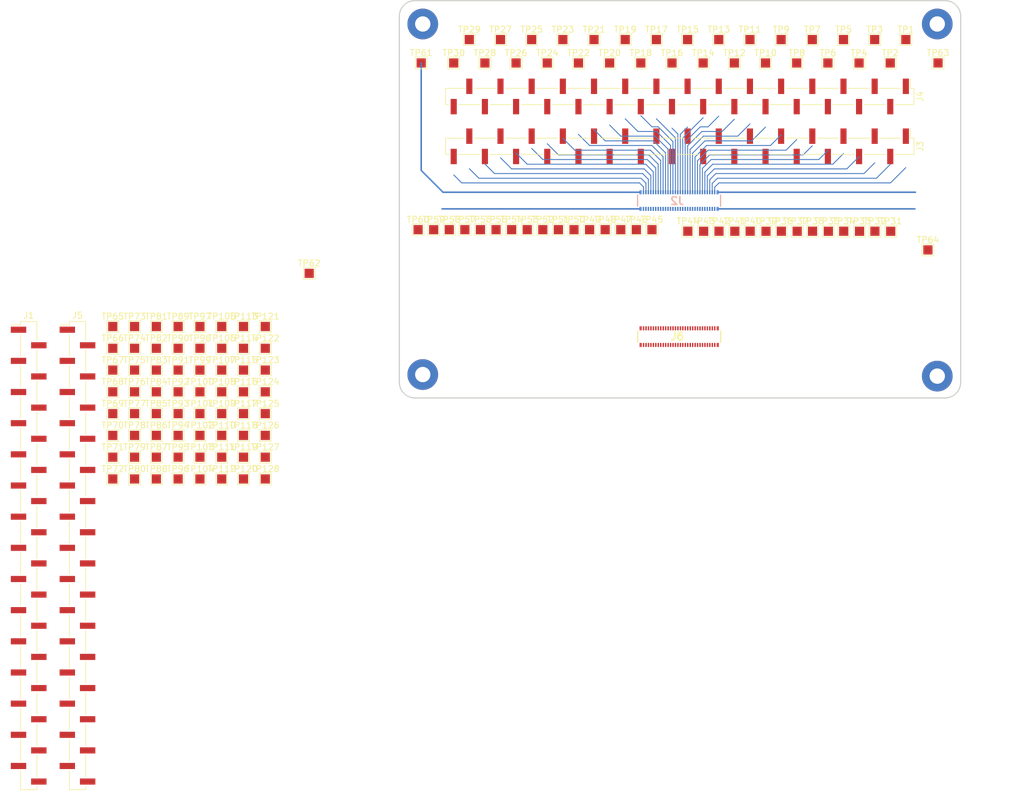
<source format=kicad_pcb>
(kicad_pcb (version 20221018) (generator pcbnew)
  (layers (0 "F.Cu" signal) (31 "B.Cu" signal) (34 "B.Paste" user) (35 "F.Paste" user) (36 "B.SilkS" user "B.Silkscreen") (37 "F.SilkS" user "F.Silkscreen") (38 "B.Mask" user) (39 "F.Mask" user) (44 "Edge.Cuts" user))
  (net 0 "")
  (net 1 "/VCCIO2{slash}3")
  (net 2 "/IOB4A")
  (net 3 "/IOB4B")
  (net 4 "/IOR18A")
  (net 5 "/IOB26A")
  (net 6 "/IOR18B")
  (net 7 "/IOB26B")
  (net 8 "/IOR20A")
  (net 9 "/IOB24A")
  (net 10 "/IOR20B")
  (net 11 "/RECONFIG")
  (net 12 "/IOR22A")
  (net 13 "/IOB12B")
  (net 14 "/IOR22B")
  (net 15 "/IOB14B")
  (net 16 "/IOR24A")
  (net 17 "/IOR24B")
  (net 18 "/TCK")
  (net 19 "/IOR31A")
  (net 20 "/TMS")
  (net 21 "/IOR31B")
  (net 22 "/TDO")
  (net 23 "/IOR33A")
  (net 24 "/TDI")
  (net 25 "/IOR33B")
  (net 26 "/IOB89A")
  (net 27 "/M0_D3P")
  (net 28 "/IOB89B")
  (net 29 "/M0_D3N")
  (net 30 "/IOB91A")
  (net 31 "/IOB91B")
  (net 32 "/M0_D2P")
  (net 33 "/VDD_1V8")
  (net 34 "/M0_D2N")
  (net 35 "+2V5")
  (net 36 "/M0_CKP")
  (net 37 "/M0_CKN")
  (net 38 "+3V3")
  (net 39 "/M0_D1P")
  (net 40 "/M0_D1N")
  (net 41 "+5V")
  (net 42 "/M0_D0P")
  (net 43 "/M0_D0N")
  (net 44 "Net-(J3-Pin_10)")
  (net 45 "/GND")
  (net 46 "Net-(J2-Pad61)")
  (net 47 "Net-(J2-Pad62)")
  (net 48 "Net-(J2-Pad63)")
  (net 49 "Net-(J2-Pad64)")
  (net 50 "Net-(J5-Pin_10)")
  (net 51 "Net-(J6-Pad61)")
  (net 52 "Net-(J6-Pad62)")
  (net 53 "Net-(J6-Pad63)")
  (net 54 "Net-(J6-Pad64)")
  (footprint "TestPoint:TestPoint_Pad_1.5x1.5mm" (layer "F.Cu") (at 96.526 113.828)
    (fp_text reference "TP114")
    (fp_text value "TestPoint")
  )
  (footprint "TestPoint:TestPoint_Pad_1.5x1.5mm" (layer "F.Cu") (at 85.876 120.928)
    (fp_text reference "TP92")
    (fp_text value "TestPoint")
  )
  (footprint "TestPoint:TestPoint_Pad_1.5x1.5mm" (layer "F.Cu") (at 78.776 131.578)
    (fp_text reference "TP79")
    (fp_text value "TestPoint")
  )
  (footprint "TestPoint:TestPoint_Pad_1.5x1.5mm" (layer "F.Cu") (at 152.908 94.488)
    (fp_text reference "TP49")
    (fp_text value "TestPoint")
  )
  (footprint "TestPoint:TestPoint_Pad_1.5x1.5mm" (layer "F.Cu") (at 100.076 131.578)
    (fp_text reference "TP127")
    (fp_text value "TestPoint")
  )
  (footprint "TestPoint:TestPoint_Pad_1.5x1.5mm" (layer "F.Cu") (at 92.976 131.578)
    (fp_text reference "TP111")
    (fp_text value "TestPoint")
  )
  (footprint "TestPoint:TestPoint_Pad_1.5x1.5mm" (layer "F.Cu") (at 142.748 94.488)
    (fp_text reference "TP53")
    (fp_text value "TestPoint")
  )
  (footprint "TestPoint:TestPoint_Pad_1.5x1.5mm" (layer "F.Cu") (at 153.632 63.5)
    (fp_text reference "TP21")
    (fp_text value "TestPoint")
  )
  (footprint "TestPoint:TestPoint_Pad_1.5x1.5mm" (layer "F.Cu") (at 100.076 113.828)
    (fp_text reference "TP122")
    (fp_text value "TestPoint")
  )
  (footprint "TestPoint:TestPoint_Pad_1.5x1.5mm" (layer "F.Cu") (at 158.712 63.5)
    (fp_text reference "TP19")
    (fp_text value "TestPoint")
  )
  (footprint "TestPoint:TestPoint_Pad_1.5x1.5mm" (layer "F.Cu") (at 75.226 124.478)
    (fp_text reference "TP69")
    (fp_text value "TestPoint")
  )
  (footprint "TestPoint:TestPoint_Pad_1.5x1.5mm" (layer "F.Cu") (at 78.776 110.278)
    (fp_text reference "TP73")
    (fp_text value "TestPoint")
  )
  (footprint "MountingHole:MountingHole_2.5mm_Pad_TopBottom" (layer "F.Cu") (at 125.73 60.96)
    (fp_text reference "REF**" hide)
    (fp_text value "MountingHole_2.5mm_Pad_TopBottom" hide)
  )
  (footprint "TestPoint:TestPoint_Pad_1.5x1.5mm" (layer "F.Cu") (at 96.526 124.478)
    (fp_text reference "TP117")
    (fp_text value "TestPoint")
  )
  (footprint "TestPoint:TestPoint_Pad_1.5x1.5mm" (layer "F.Cu") (at 156.172 67.318)
    (fp_text reference "TP20")
    (fp_text value "TestPoint")
  )
  (footprint "TestPoint:TestPoint_Pad_1.5x1.5mm" (layer "F.Cu") (at 173.99 94.742)
    (fp_text reference "TP42")
    (fp_text value "TestPoint")
  )
  (footprint "TestPoint:TestPoint_Pad_1.5x1.5mm" (layer "F.Cu") (at 96.526 135.128)
    (fp_text reference "TP120")
    (fp_text value "TestPoint")
  )
  (footprint "TestPoint:TestPoint_Pad_1.5x1.5mm" (layer "F.Cu") (at 82.326 110.278)
    (fp_text reference "TP81")
    (fp_text value "TestPoint")
  )
  (footprint "TestPoint:TestPoint_Pad_1.5x1.5mm" (layer "F.Cu") (at 75.226 110.278)
    (fp_text reference "TP65")
    (fp_text value "TestPoint")
  )
  (footprint "TestPoint:TestPoint_Pad_1.5x1.5mm" (layer "F.Cu") (at 92.976 113.828)
    (fp_text reference "TP106")
    (fp_text value "TestPoint")
  )
  (footprint "TestPoint:TestPoint_Pad_1.5x1.5mm" (layer "F.Cu") (at 78.776 113.828)
    (fp_text reference "TP74")
    (fp_text value "TestPoint")
  )
  (footprint "TestPoint:TestPoint_Pad_1.5x1.5mm" (layer "F.Cu") (at 163.792 63.5)
    (fp_text reference "TP17")
    (fp_text value "TestPoint")
  )
  (footprint "TestPoint:TestPoint_Pad_1.5x1.5mm" (layer "F.Cu") (at 85.876 124.478)
    (fp_text reference "TP93")
    (fp_text value "TestPoint")
  )
  (footprint "TestPoint:TestPoint_Pad_1.5x1.5mm" (layer "F.Cu") (at 208.026 97.79)
    (fp_text reference "TP64")
    (fp_text value "TestPoint")
  )
  (footprint "TestPoint:TestPoint_Pad_1.5x1.5mm" (layer "F.Cu") (at 171.412 67.318)
    (fp_text reference "TP14")
    (fp_text value "TestPoint")
  )
  (footprint "TestPoint:TestPoint_Pad_1.5x1.5mm" (layer "F.Cu") (at 82.326 117.378)
    (fp_text reference "TP83")
    (fp_text value "TestPoint")
  )
  (footprint "TestPoint:TestPoint_Pad_1.5x1.5mm" (layer "F.Cu") (at 191.732 67.318)
    (fp_text reference "TP6")
    (fp_text value "TestPoint")
  )
  (footprint "TestPoint:TestPoint_Pad_1.5x1.5mm" (layer "F.Cu") (at 89.426 120.928)
    (fp_text reference "TP100")
    (fp_text value "TestPoint")
  )
  (footprint "TestPoint:TestPoint_Pad_1.5x1.5mm" (layer "F.Cu") (at 176.492 67.318)
    (fp_text reference "TP12")
    (fp_text value "TestPoint")
  )
  (footprint "TestPoint:TestPoint_Pad_1.5x1.5mm" (layer "F.Cu") (at 130.048 94.488)
    (fp_text reference "TP58")
    (fp_text value "TestPoint")
  )
  (footprint "TestPoint:TestPoint_Pad_1.5x1.5mm" (layer "F.Cu") (at 161.252 67.318)
    (fp_text reference "TP18")
    (fp_text value "TestPoint")
  )
  (footprint "TestPoint:TestPoint_Pad_1.5x1.5mm" (layer "F.Cu") (at 96.526 120.928)
    (fp_text reference "TP116")
    (fp_text value "TestPoint")
  )
  (footprint "TestPoint:TestPoint_Pad_1.5x1.5mm" (layer "F.Cu") (at 155.448 94.488)
    (fp_text reference "TP48")
    (fp_text value "TestPoint")
  )
  (footprint "TestPoint:TestPoint_Pad_1.5x1.5mm" (layer "F.Cu") (at 82.326 128.028)
    (fp_text reference "TP86")
    (fp_text value "TestPoint")
  )
  (footprint "TestPoint:TestPoint_Pad_1.5x1.5mm" (layer "F.Cu") (at 204.432 63.5)
    (fp_text reference "TP1")
    (fp_text value "TestPoint")
  )
  (footprint "TestPoint:TestPoint_Pad_1.5x1.5mm" (layer "F.Cu") (at 196.812 67.318)
    (fp_text reference "TP4")
    (fp_text value "TestPoint")
  )
  (footprint "TestPoint:TestPoint_Pad_1.5x1.5mm" (layer "F.Cu") (at 179.07 94.742)
    (fp_text reference "TP40")
    (fp_text value "TestPoint")
  )
  (footprint "TestPoint:TestPoint_Pad_1.5x1.5mm" (layer "F.Cu") (at 75.226 117.378)
    (fp_text reference "TP67")
    (fp_text value "TestPoint")
  )
  (footprint "TestPoint:TestPoint_Pad_1.5x1.5mm" (layer "F.Cu") (at 78.776 135.128)
    (fp_text reference "TP80")
    (fp_text value "TestPoint")
  )
  (footprint "TestPoint:TestPoint_Pad_1.5x1.5mm" (layer "F.Cu") (at 147.828 94.488)
    (fp_text reference "TP51")
    (fp_text value "TestPoint")
  )
  (footprint "TestPoint:TestPoint_Pad_1.5x1.5mm" (layer "F.Cu") (at 148.552 63.5)
    (fp_text reference "TP23")
    (fp_text value "TestPoint")
  )
  (footprint "TestPoint:TestPoint_Pad_1.5x1.5mm" (layer "F.Cu") (at 194.272 63.5)
    (fp_text reference "TP5")
    (fp_text value "TestPoint")
  )
  (footprint "TestPoint:TestPoint_Pad_1.5x1.5mm" (layer "F.Cu") (at 89.426 128.028)
    (fp_text reference "TP102")
    (fp_text value "TestPoint")
  )
  (footprint "MountingHole:MountingHole_2.5mm_Pad_TopBottom" (layer "F.Cu") (at 125.73 118.11)
    (fp_text reference "REF**" hide)
    (fp_text value "MountingHole_2.5mm_Pad_TopBottom")
  )
  (footprint "TestPoint:TestPoint_Pad_1.5x1.5mm" (layer "F.Cu") (at 82.326 120.928)
    (fp_text reference "TP84")
    (fp_text value "TestPoint")
  )
  (footprint "TestPoint:TestPoint_Pad_1.5x1.5mm" (layer "F.Cu") (at 160.528 94.488)
    (fp_text reference "TP46")
    (fp_text value "TestPoint")
  )
  (footprint "Connector_PinHeader_2.54mm:PinHeader_1x30_P2.54mm_Vertical_SMD_Pin1Left" (layer "F.Cu") (at 69.476 147.628)
    (fp_text reference "J5")
    (fp_text value "Conn_01x30")
  )
  (footprint "TestPoint:TestPoint_Pad_1.5x1.5mm" (layer "F.Cu") (at 166.332 67.318)
    (fp_text reference "TP16")
    (fp_text value "TestPoint")
  )
  (footprint "TestPoint:TestPoint_Pad_1.5x1.5mm" (layer "F.Cu") (at 85.876 131.578)
    (fp_text reference "TP95")
    (fp_text value "TestPoint")
  )
  (footprint "TestPoint:TestPoint_Pad_1.5x1.5mm" (layer "F.Cu") (at 194.31 94.742)
    (fp_text reference "TP34")
    (fp_text value "TestPoint")
  )
  (footprint "TestPoint:TestPoint_Pad_1.5x1.5mm" (layer "F.Cu") (at 82.326 124.478)
    (fp_text reference "TP85")
    (fp_text value "TestPoint")
  )
  (footprint "TestPoint:TestPoint_Pad_1.5x1.5mm" (layer "F.Cu") (at 89.426 135.128)
    (fp_text reference "TP104")
    (fp_text value "TestPoint")
  )
  (footprint "TestPoint:TestPoint_Pad_1.5x1.5mm" (layer "F.Cu") (at 189.192 63.5)
    (fp_text reference "TP7")
    (fp_text value "TestPoint")
  )
  (footprint "TestPoint:TestPoint_Pad_1.5x1.5mm" (layer "F.Cu") (at 85.876 117.378)
    (fp_text reference "TP91")
    (fp_text value "TestPoint")
  )
  (footprint "TestPoint:TestPoint_Pad_1.5x1.5mm" (layer "F.Cu") (at 201.892 67.318)
    (fp_text reference "TP2")
    (fp_text value "TestPoint")
  )
  (footprint "MountingHole:MountingHole_2.5mm_Pad_TopBottom" (layer "F.Cu") (at 209.55 60.96)
    (fp_text reference "REF**" hide)
    (fp_text value "MountingHole_2.5mm_Pad_TopBottom" hide)
  )
  (footprint "TestPoint:TestPoint_Pad_1.5x1.5mm" (layer "F.Cu") (at 189.23 94.742)
    (fp_text reference "TP36")
    (fp_text value "TestPoint")
  )
  (footprint "TestPoint:TestPoint_Pad_1.5x1.5mm" (layer "F.Cu") (at 100.076 124.478)
    (fp_text reference "TP125")
    (fp_text value "TestPoint")
  )
  (footprint "MountingHole:MountingHole_2.5mm_Pad_TopBottom" (layer "F.Cu") (at 209.55 118.364)
    (fp_text reference "REF**" hide)
    (fp_text value "MountingHole_2.5mm_Pad_TopBottom")
  )
  (footprint "TestPoint:TestPoint_Pad_1.5x1.5mm" (layer "F.Cu") (at 184.15 94.742)
    (fp_text reference "TP38")
    (fp_text value "TestPoint")
  )
  (footprint "TestPoint:TestPoint_Pad_1.5x1.5mm" (layer "F.Cu") (at 89.426 113.828)
    (fp_text reference "TP98")
    (fp_text value "TestPoint")
  )
  (footprint "TestPoint:TestPoint_Pad_1.5x1.5mm" (layer "F.Cu") (at 201.968 94.75)
    (fp_text reference "TP31")
    (fp_text value "TestPoint")
  )
  (footprint "TestPoint:TestPoint_Pad_1.5x1.5mm" (layer "F.Cu") (at 179.032 63.5)
    (fp_text reference "TP11")
    (fp_text value "TestPoint")
  )
  (footprint "TestPoint:TestPoint_Pad_1.5x1.5mm" (layer "F.Cu") (at 135.852 67.318)
    (fp_text reference "TP28")
    (fp_text value "TestPoint")
  )
  (footprint "TestPoint:TestPoint_Pad_1.5x1.5mm" (layer "F.Cu") (at 168.872 63.5)
    (fp_text reference "TP15")
    (fp_text value "TestPoint")
  )
  (footprint "TestPoint:TestPoint_Pad_1.5x1.5mm" (layer "F.Cu") (at 96.526 128.028)
    (fp_text reference "TP118")
    (fp_text value "TestPoint")
  )
  (footprint "TestPoint:TestPoint_Pad_1.5x1.5mm" (layer "F.Cu") (at 100.076 110.278)
    (fp_text reference "TP121")
    (fp_text value "TestPoint")
  )
  (footprint "TestPoint:TestPoint_Pad_1.5x1.5mm" (layer "F.Cu") (at 75.226 128.028)
    (fp_text reference "TP70")
    (fp_text value "TestPoint")
  )
  (footprint "TestPoint:TestPoint_Pad_1.5x1.5mm" (layer "F.Cu") (at 176.568 94.75)
    (fp_text reference "TP41")
    (fp_text value "TestPoint")
  )
  (footprint "SamacSys_Parts:DF40C-60DP-0.4V_51_" (layer "F.Cu") (at 167.5028 111.929)
    (fp_text reference "J6")
    (fp_text value "DF40C-60DP-0.4V_51_" hide)
  )
  (footprint "TestPoint:TestPoint_Pad_1.5x1.5mm" (layer "F.Cu") (at 145.288 94.488)
    (fp_text reference "TP52")
    (fp_text value "TestPoint")
  )
  (footprint "TestPoint:TestPoint_Pad_1.5x1.5mm" (layer "F.Cu") (at 85.876 135.128)
    (fp_text reference "TP96")
    (fp_text value "TestPoint")
  )
  (footprint "TestPoint:TestPoint_Pad_1.5x1.5mm" (layer "F.Cu") (at 89.426 124.478)
    (fp_text reference "TP101")
    (fp_text value "TestPoint")
  )
  (footprint "TestPoint:TestPoint_Pad_1.5x1.5mm" (layer "F.Cu") (at 191.808 94.75)
    (fp_text reference "TP35")
    (fp_text value "TestPoint")
  )
  (footprint "TestPoint:TestPoint_Pad_1.5x1.5mm" (layer "F.Cu") (at 184.112 63.5)
    (fp_text reference "TP9")
    (fp_text value "TestPoint")
  )
  (footprint "TestPoint:TestPoint_Pad_1.5x1.5mm" (layer "F.Cu") (at 186.652 67.318)
    (fp_text reference "TP8")
    (fp_text value "TestPoint")
  )
  (footprint "TestPoint:TestPoint_Pad_1.5x1.5mm" (layer "F.Cu") (at 92.976 135.128)
    (fp_text reference "TP112")
    (fp_text value "TestPoint")
  )
  (footprint "TestPoint:TestPoint_Pad_1.5x1.5mm" (layer "F.Cu") (at 92.976 117.378)
    (fp_text reference "TP107")
    (fp_text value "TestPoint")
  )
  (footprint "TestPoint:TestPoint_Pad_1.5x1.5mm" (layer "F.Cu") (at 100.076 120.928)
    (fp_text reference "TP124")
    (fp_text value "TestPoint")
  )
  (footprint "TestPoint:TestPoint_Pad_1.5x1.5mm" (layer "F.Cu") (at 151.092 67.318)
    (fp_text reference "TP22")
    (fp_text value "TestPoint")
  )
  (footprint "TestPoint:TestPoint_Pad_1.5x1.5mm" (layer "F.Cu") (at 78.776 120.928)
    (fp_text reference "TP76")
    (fp_text value "TestPoint")
  )
  (footprint "TestPoint:TestPoint_Pad_1.5x1.5mm" (layer "F.Cu") (at 82.326 135.128)
    (fp_text reference "TP88")
    (fp_text value "TestPoint")
  )
  (footprint "TestPoint:TestPoint_Pad_1.5x1.5mm" (layer "F.Cu") (at 127.508 94.496)
    (fp_text reference "TP59")
    (fp_text value "TestPoint")
  )
  (footprint "TestPoint:TestPoint_Pad_1.5x1.5mm" (layer "F.Cu") (at 133.312 63.5)
    (fp_text reference "TP29")
    (fp_text value "TestPoint")
  )
  (footprint "TestPoint:TestPoint_Pad_1.5x1.5mm" (layer "F.Cu") (at 150.368 94.488)
    (fp_text reference "TP50")
    (fp_text value "TestPoint")
  )
  (footprint "TestPoint:TestPoint_Pad_1.5x1.5mm" (layer "F.Cu") (at 181.572 67.318)
    (fp_text reference "TP10")
    (fp_text value "TestPoint")
  )
  (footprint "TestPoint:TestPoint_Pad_1.5x1.5mm" (layer "F.Cu") (at 75.226 113.828)
    (fp_text reference "TP66")
    (fp_text value "TestPoint")
  )
  (footprint "TestPoint:TestPoint_Pad_1.5x1.5mm" (layer "F.Cu") (at 92.976 110.278)
    (fp_text reference "TP105")
    (fp_text value "TestPoint")
  )
  (footprint "Connector_PinHeader_2.54mm:PinHeader_1x30_P2.54mm_Vertical_SMD_Pin1Left" (layer "F.Cu") (at 167.602 72.775 -90)
    (fp_text reference "J4")
    (fp_text value "Conn_01x30")
  )
  (footprint "TestPoint:TestPoint_Pad_1.5x1.5mm" (layer "F.Cu") (at 75.226 135.128)
    (fp_text reference "TP72")
    (fp_text value "TestPoint")
  )
  (footprint "TestPoint:TestPoint_Pad_1.5x1.5mm" (layer "F.Cu") (at 130.772 67.318)
    (fp_text reference "TP30")
    (fp_text value "TestPoint")
  )
  (footprint "TestPoint:TestPoint_Pad_1.5x1.5mm" (layer "F.Cu") (at 163.068 94.488)
    (fp_text reference "TP45")
    (fp_text value "TestPoint")
  )
  (footprint "TestPoint:TestPoint_Pad_1.5x1.5mm" (layer "F.Cu") (at 96.526 117.378)
    (fp_text reference "TP115")
    (fp_text value "TestPoint")
  )
  (footprint "TestPoint:TestPoint_Pad_1.5x1.5mm" (layer "F.Cu") (at 124.968 94.488)
    (fp_text reference "TP60")
    (fp_text value "TestPoint")
  )
  (footprint "TestPoint:TestPoint_Pad_1.5x1.5mm" (layer "F.Cu") (at 138.392 63.5)
    (fp_text reference "TP27")
    (fp_text value "TestPoint")
  )
  (footprint "Connector_PinHeader_2.54mm:PinHeader_1x30_P2.54mm_Vertical_SMD_Pin1Left" (layer "F.Cu") (at 61.526 147.628)
    (fp_text reference "J1")
    (fp_text value "Conn_01x30")
  )
  (footprint "TestPoint:TestPoint_Pad_1.5x1.5mm" (layer "F.Cu") (at 82.326 131.578)
    (fp_text reference "TP87")
    (fp_text value "TestPoint")
  )
  (footprint "TestPoint:TestPoint_Pad_1.5x1.5mm" (layer "F.Cu") (at 96.526 110.278)
    (fp_text reference "TP113")
    (fp_text value "TestPoint")
  )
  (footprint "TestPoint:TestPoint_Pad_1.5x1.5mm" (layer "F.Cu") (at 96.526 131.578)
    (fp_text reference "TP119")
    (fp_text value "TestPoint")
  )
  (footprint "TestPoint:TestPoint_Pad_1.5x1.5mm" (layer "F.Cu") (at 181.648 94.75)
    (fp_text reference "TP39")
    (fp_text value "TestPoint")
  )
  (footprint "TestPoint:TestPoint_Pad_1.5x1.5mm" (layer "F.Cu") (at 132.588 94.488)
    (fp_text reference "TP57")
    (fp_text value "TestPoint")
  )
  (footprint "TestPoint:TestPoint_Pad_1.5x1.5mm" (layer "F.Cu") (at 78.776 117.378)
    (fp_text reference "TP75")
    (fp_text value "TestPoint")
  )
  (footprint "TestPoint:TestPoint_Pad_1.5x1.5mm" (layer "F.Cu") (at 85.876 110.278)
    (fp_text reference "TP89")
    (fp_text value "TestPoint")
  )
  (footprint "TestPoint:TestPoint_Pad_1.5x1.5mm" (layer "F.Cu") (at 78.776 128.028)
    (fp_text reference "TP78")
    (fp_text value "TestPoint")
  )
  (footprint "Connector_PinHeader_2.54mm:PinHeader_1x30_P2.54mm_Vertical_SMD_Pin1Left" (layer "F.Cu") (at 167.602 80.903 -90)
    (fp_text reference "J3")
    (fp_text value "Conn_01x30" hide)
  )
  (footprint "TestPoint:TestPoint_Pad_1.5x1.5mm" (layer "F.Cu") (at 92.976 124.478)
    (fp_text reference "TP109")
    (fp_text value "TestPoint")
  )
  (footprint "TestPoint:TestPoint_Pad_1.5x1.5mm" (layer "F.Cu") (at 85.876 113.828)
    (fp_text reference "TP90")
    (fp_text value "TestPoint")
  )
  (footprint "TestPoint:TestPoint_Pad_1.5x1.5mm" (layer "F.Cu") (at 140.208 94.488)
    (fp_text reference "TP54")
    (fp_text value "TestPoint")
  )
  (footprint "TestPoint:TestPoint_Pad_1.5x1.5mm" (layer "F.Cu") (at 100.076 117.378)
    (fp_text reference "TP123")
    (fp_text value "TestPoint")
  )
  (footprint "TestPoint:TestPoint_Pad_1.5x1.5mm" (layer "F.Cu") (at 209.677 67.31)
    (fp_text reference "TP63")
    (fp_text value "TestPoint")
  )
  (footprint "TestPoint:TestPoint_Pad_1.5x1.5mm" (layer "F.Cu") (at 89.426 131.578)
    (fp_text reference "TP103")
    (fp_text value "TestPoint")
  )
  (footprint "TestPoint:TestPoint_Pad_1.5x1.5mm" (layer "F.Cu") (at 171.488 94.75)
    (fp_text reference "TP43")
    (fp_text value "TestPoint")
  )
  (footprint "TestPoint:TestPoint_Pad_1.5x1.5mm" (layer "F.Cu") (at 100.076 135.128)
    (fp_text reference "TP128")
    (fp_text value "TestPoint")
  )
  (footprint "TestPoint:TestPoint_Pad_1.5x1.5mm" (layer "F.Cu") (at 75.226 120.928)
    (fp_text reference "TP68")
    (fp_text value "TestPoint")
  )
  (footprint "TestPoint:TestPoint_Pad_1.5x1.5mm" (layer "F.Cu") (at 157.988 94.488)
    (fp_text reference "TP47")
    (fp_text value "TestPoint")
  )
  (footprint "TestPoint:TestPoint_Pad_1.5x1.5mm" (layer "F.Cu") (at 82.326 113.828)
    (fp_text reference "TP82")
    (fp_text value "TestPoint")
  )
  (footprint "TestPoint:TestPoint_Pad_1.5x1.5mm" (layer "F.Cu") (at 92.976 120.928)
    (fp_text reference "TP108")
    (fp_text value "TestPoint")
  )
  (footprint "TestPoint:TestPoint_Pad_1.5x1.5mm" (layer "F.Cu") (at 196.888 94.75)
    (fp_text reference "TP33")
    (fp_text value "TestPoint")
  )
  (footprint "TestPoint:TestPoint_Pad_1.5x1.5mm" (layer "F.Cu") (at 78.776 124.478)
    (fp_text reference "TP77")
    (fp_text value "TestPoint")
  )
  (footprint "TestPoint:TestPoint_Pad_1.5x1.5mm" (layer "F.Cu") (at 89.426 110.278)
    (fp_text reference "TP97")
    (fp_text value "TestPoint")
  )
  (footprint "TestPoint:TestPoint_Pad_1.5x1.5mm" (layer "F.Cu") (at 186.728 94.75)
    (fp_text reference "TP37")
    (fp_text value "TestPoint")
  )
  (footprint "TestPoint:TestPoint_Pad_1.5x1.5mm" (layer "F.Cu") (at 143.472 63.5)
    (fp_text reference "TP25")
    (fp_text value "TestPoint")
  )
  (footprint "TestPoint:TestPoint_Pad_1.5x1.5mm" (layer "F.Cu") (at 100.076 128.028)
    (fp_text reference "TP126")
    (fp_text value "TestPoint")
  )
  (footprint "TestPoint:TestPoint_Pad_1.5x1.5mm" (layer "F.Cu") (at 146.012 67.318)
    (fp_text reference "TP24")
    (fp_text value "TestPoint")
  )
  (footprint "TestPoint:TestPoint_Pad_1.5x1.5mm" (layer "F.Cu") (at 140.932 67.318)
    (fp_text reference "TP26")
    (fp_text value "TestPoint")
  )
  (footprint "TestPoint:TestPoint_Pad_1.5x1.5mm" (layer "F.Cu") (at 137.668 94.488)
    (fp_text reference "TP55")
    (fp_text value "TestPoint")
  )
  (footprint "TestPoint:TestPoint_Pad_1.5x1.5mm" (layer "F.Cu") (at 135.128 94.488)
    (fp_text reference "TP56")
    (fp_text value "TestPoint")
  )
  (footprint "TestPoint:TestPoint_Pad_1.5x1.5mm" (layer "F.Cu") (at 85.876 128.028)
    (fp_text reference "TP94")
    (fp_text value "TestPoint")
  )
  (footprint "TestPoint:TestPoint_Pad_1.5x1.5mm" (layer "F.Cu") (at 92.976 128.028)
    (fp_text reference "TP110")
    (fp_text value "TestPoint")
  )
  (footprint "TestPoint:TestPoint_Pad_1.5x1.5mm" (layer "F.Cu") (at 199.352 63.5)
    (fp_text reference "TP3")
    (fp_text value "TestPoint")
  )
  (footprint "TestPoint:TestPoint_Pad_1.5x1.5mm" (layer "F.Cu") (at 168.91 94.742)
    (fp_text reference "TP44")
    (fp_text value "TestPoint")
  )
  (footprint "TestPoint:TestPoint_Pad_1.5x1.5mm" (layer "F.Cu") (at 199.39 94.742)
    (fp_text reference "TP32")
    (fp_text value "TestPoint")
  )
  (footprint "TestPoint:TestPoint_Pad_1.5x1.5mm" (layer "F.Cu") (at 107.226 101.608)
    (fp_text reference "TP62")
    (fp_text value "TestPoint")
  )
  (footprint "TestPoint:TestPoint_Pad_1.5x1.5mm" (layer "F.Cu") (at 125.476 67.31)
    (fp_text reference "TP61")
    (fp_text value "TestPoint")
  )
  (footprint "TestPoint:TestPoint_Pad_1.5x1.5mm" (layer "F.Cu") (at 173.952 63.5)
    (fp_text reference "TP13")
    (fp_text value "TestPoint")
  )
  (footprint "TestPoint:TestPoint_Pad_1.5x1.5mm" (layer "F.Cu") (at 75.226 131.578)
    (fp_text reference "TP71")
    (fp_text value "TestPoint")
  )
  (footprint "TestPoint:TestPoint_Pad_1.5x1.5mm" (layer "F.Cu") (at 89.426 117.378)
    (fp_text reference "TP99")
    (fp_text value "TestPoint")
  )
  (footprint "SamacSys_Parts:DF40C-60DP-0.4V_51_" (layer "B.Cu") (at 167.484 89.747)
    (fp_text reference "J2")
    (fp_text value "DF40C-60DP-0.4V_51_" hide)
  )
  (gr_line (start 210.82 57.15) (end 124.46 57.15) (stroke (width 0.2)) (layer "Edge.Cuts"))
  (gr_arc (start 124.46 121.92) (mid 122.663949 121.176051) (end 121.92 119.38) (stroke (width 0.2)) (layer "Edge.Cuts"))
  (gr_arc (start 210.82 57.15) (mid 212.616051 57.893949) (end 213.36 59.69) (stroke (width 0.2)) (layer "Edge.Cuts"))
  (gr_line (start 124.46 121.92) (end 210.82 121.92) (stroke (width 0.2)) (layer "Edge.Cuts"))
  (gr_line (start 121.92 59.69) (end 121.92 119.38) (stroke (width 0.2)) (layer "Edge.Cuts"))
  (gr_arc (start 213.36 119.38) (mid 212.616051 121.176051) (end 210.82 121.92) (stroke (width 0.2)) (layer "Edge.Cuts"))
  (gr_arc (start 121.92 59.69) (mid 122.663949 57.893949) (end 124.46 57.15) (stroke (width 0.2)) (layer "Edge.Cuts"))
  (gr_line (start 213.36 119.38) (end 213.36 59.69) (stroke (width 0.2)) (layer "Edge.Cuts"))
  (segment (start 161.29 86.106) (end 134.874 86.106) (width 0.15) (layer "B.Cu") (net 2))
  (segment (start 134.874 86.106) (end 133.312 84.544) (width 0.15) (layer "B.Cu") (net 2))
  (segment (start 162.084 88.392) (end 162.084 86.9) (width 0.15) (layer "B.Cu") (net 2))
  (segment (start 162.084 86.9) (end 161.29 86.106) (width 0.15) (layer "B.Cu") (net 2))
  (segment (start 137.414 85.344) (end 135.852 83.782) (width 0.15) (layer "B.Cu") (net 3))
  (segment (start 161.544 85.344) (end 137.414 85.344) (width 0.15) (layer "B.Cu") (net 3))
  (segment (start 162.484 86.284) (end 161.544 85.344) (width 0.15) (layer "B.Cu") (net 3))
  (segment (start 162.484 88.392) (end 162.484 86.284) (width 0.15) (layer "B.Cu") (net 3))
  (segment (start 161.798 84.582) (end 140.208 84.582) (width 0.15) (layer "B.Cu") (net 5))
  (segment (start 162.884 88.392) (end 162.884 85.668) (width 0.15) (layer "B.Cu") (net 5))
  (segment (start 162.884 85.668) (end 161.798 84.582) (width 0.15) (layer "B.Cu") (net 5))
  (segment (start 140.208 84.582) (end 138.392 82.766) (width 0.15) (layer "B.Cu") (net 5))
  (segment (start 162.052 83.82) (end 142.748 83.82) (width 0.15) (layer "B.Cu") (net 7))
  (segment (start 142.748 83.82) (end 140.932 82.004) (width 0.15) (layer "B.Cu") (net 7))
  (segment (start 163.284 85.052) (end 162.052 83.82) (width 0.15) (layer "B.Cu") (net 7))
  (segment (start 163.284 88.392) (end 163.284 85.052) (width 0.15) (layer "B.Cu") (net 7))
  (segment (start 163.684 88.392) (end 163.684 84.436) (width 0.15) (layer "B.Cu") (net 9))
  (segment (start 145.288 83.058) (end 143.472 81.242) (width 0.15) (layer "B.Cu") (net 9))
  (segment (start 163.684 84.436) (end 162.306 83.058) (width 0.15) (layer "B.Cu") (net 9))
  (segment (start 162.306 83.058) (end 145.288 83.058) (width 0.15) (layer "B.Cu") (net 9))
  (segment (start 147.828 82.296) (end 146.012 80.48) (width 0.15) (layer "B.Cu") (net 11))
  (segment (start 164.084 88.392) (end 164.084 83.82) (width 0.15) (layer "B.Cu") (net 11))
  (segment (start 164.084 83.82) (end 162.56 82.296) (width 0.15) (layer "B.Cu") (net 11))
  (segment (start 162.56 82.296) (end 147.828 82.296) (width 0.15) (layer "B.Cu") (net 11))
  (segment (start 150.495 81.534) (end 148.552 79.591) (width 0.15) (layer "B.Cu") (net 13))
  (segment (start 162.814 81.534) (end 150.495 81.534) (width 0.15) (layer "B.Cu") (net 13))
  (segment (start 164.484 88.392) (end 164.484 83.204) (width 0.15) (layer "B.Cu") (net 13))
  (segment (start 164.484 83.204) (end 162.814 81.534) (width 0.15) (layer "B.Cu") (net 13))
  (segment (start 152.908 80.772) (end 151.092 78.956) (width 0.15) (layer "B.Cu") (net 15))
  (segment (start 164.884 82.588) (end 163.068 80.772) (width 0.15) (layer "B.Cu") (net 15))
  (segment (start 164.884 88.392) (end 164.884 82.588) (width 0.15) (layer "B.Cu") (net 15))
  (segment (start 163.068 80.772) (end 152.908 80.772) (width 0.15) (layer "B.Cu") (net 15))
  (segment (start 163.576 79.248) (end 157.988 79.248) (width 0.15) (layer "B.Cu") (net 18))
  (segment (start 157.988 79.248) (end 156.172 77.432) (width 0.15) (layer "B.Cu") (net 18))
  (segment (start 165.684 81.356) (end 163.576 79.248) (width 0.15) (layer "B.Cu") (net 18))
  (segment (start 165.684 88.392) (end 165.684 81.356) (width 0.15) (layer "B.Cu") (net 18))
  (segment (start 166.084 80.74) (end 163.83 78.486) (width 0.15) (layer "B.Cu") (net 20))
  (segment (start 160.782 78.486) (end 158.712 76.416) (width 0.15) (layer "B.Cu") (net 20))
  (segment (start 163.83 78.486) (end 160.782 78.486) (width 0.15) (layer "B.Cu") (net 20))
  (segment (start 166.084 88.392) (end 166.084 80.74) (width 0.15) (layer "B.Cu") (net 20))
  (segment (start 164.084 77.724) (end 163.068 77.724) (width 0.15) (layer "B.Cu") (net 22))
  (segment (start 166.484 80.124) (end 164.084 77.724) (width 0.15) (layer "B.Cu") (net 22))
  (segment (start 163.068 77.724) (end 161.252 75.908) (width 0.15) (layer "B.Cu") (net 22))
  (segment (start 166.484 88.392) (end 166.484 80.124) (width 0.15) (layer "B.Cu") (net 22))
  (segment (start 166.884 79.508) (end 163.792 76.416) (width 0.15) (layer "B.Cu") (net 24))
  (segment (start 166.884 88.392) (end 166.884 79.508) (width 0.15) (layer "B.Cu") (net 24))
  (segment (start 167.684 78.95) (end 168.872 77.762) (width 0.15) (layer "B.Cu") (net 27))
  (segment (start 167.684 88.392) (end 167.684 78.95) (width 0.15) (layer "B.Cu") (net 27))
  (segment (start 168.084 79.566) (end 171.412 76.238) (width 0.15) (layer "B.Cu") (net 29))
  (segment (start 168.084 88.392) (end 168.084 79.566) (width 0.15) (layer "B.Cu") (net 29))
  (segment (start 171.196 78.486) (end 174.498 78.486) (width 0.15) (layer "B.Cu") (net 32))
  (segment (start 168.884 80.798) (end 171.196 78.486) (width 0.15) (layer "B.Cu") (net 32))
  (segment (start 168.884 88.392) (end 168.884 80.798) (width 0.15) (layer "B.Cu") (net 32))
  (segment (start 174.498 78.486) (end 176.492 76.492) (width 0.15) (layer "B.Cu") (net 32))
  (segment (start 177.038 79.248) (end 179.032 77.254) (width 0.15) (layer "B.Cu") (net 34))
  (segment (start 169.284 81.414) (end 171.45 79.248) (width 0.15) (layer "B.Cu") (net 34))
  (segment (start 169.284 88.392) (end 169.284 81.414) (width 0.15) (layer "B.Cu") (net 34))
  (segment (start 171.45 79.248) (end 177.038 79.248) (width 0.15) (layer "B.Cu") (net 34))
  (segment (start 170.084 82.646) (end 171.958 80.772) (width 0.15) (layer "B.Cu") (net 36))
  (segment (start 182.372 80.772) (end 184.112 79.032) (width 0.15) (layer "B.Cu") (net 36))
  (segment (start 170.084 88.392) (end 170.084 82.646) (width 0.15) (layer "B.Cu") (net 36))
  (segment (start 171.958 80.772) (end 182.372 80.772) (width 0.15) (layer "B.Cu") (net 36))
  (segment (start 172.212 81.534) (end 184.912 81.534) (width 0.15) (layer "B.Cu") (net 37))
  (segment (start 170.484 83.262) (end 172.212 81.534) (width 0.15) (layer "B.Cu") (net 37))
  (segment (start 170.484 88.392) (end 170.484 83.262) (width 0.15) (layer "B.Cu") (net 37))
  (segment (start 184.912 81.534) (end 186.652 79.794) (width 0.15) (layer "B.Cu") (net 37))
  (segment (start 190.246 83.058) (end 191.732 81.572) (width 0.15) (layer "B.Cu") (net 39))
  (segment (start 171.284 84.494) (end 172.72 83.058) (width 0.15) (layer "B.Cu") (net 39))
  (segment (start 171.284 88.392) (end 171.284 84.494) (width 0.15) (layer "B.Cu") (net 39))
  (segment (start 172.72 83.058) (end 190.246 83.058) (width 0.15) (layer "B.Cu") (net 39))
  (segment (start 171.684 88.392) (end 171.684 85.11) (width 0.15) (layer "B.Cu") (net 40))
  (segment (start 171.684 85.11) (end 172.974 83.82) (width 0.15) (layer "B.Cu") (net 40))
  (segment (start 192.532 83.82) (end 194.272 82.08) (width 0.15) (layer "B.Cu") (net 40))
  (segment (start 172.974 83.82) (end 192.532 83.82) (width 0.15) (layer "B.Cu") (net 40))
  (segment (start 172.484 86.342) (end 173.482 85.344) (width 0.15) (layer "B.Cu") (net 42))
  (segment (start 197.612 85.344) (end 199.352 83.604) (width 0.15) (layer "B.Cu") (net 42))
  (segment (start 172.484 88.392) (end 172.484 86.342) (width 0.15) (layer "B.Cu") (net 42))
  (segment (start 173.482 85.344) (end 197.612 85.344) (width 0.15) (layer "B.Cu") (net 42))
  (segment (start 172.884 88.392) (end 172.884 86.958) (width 0.15) (layer "B.Cu") (net 43))
  (segment (start 199.644 86.106) (end 201.892 83.858) (width 0.15) (layer "B.Cu") (net 43))
  (segment (start 173.736 86.106) (end 199.644 86.106) (width 0.15) (layer "B.Cu") (net 43))
  (segment (start 172.884 86.958) (end 173.736 86.106) (width 0.15) (layer "B.Cu") (net 43))
  (segment (start 161.036 86.868) (end 132.08 86.868) (width 0.15) (layer "B.Cu") (net 45))
  (segment (start 161.684 88.392) (end 161.684 87.516) (width 0.15) (layer "B.Cu") (net 45))
  (segment (start 194.818 84.582) (end 196.812 82.588) (width 0.15) (layer "B.Cu") (net 45))
  (segment (start 187.706 82.296) (end 189.192 80.81) (width 0.15) (layer "B.Cu") (net 45))
  (segment (start 167.284 88.392) (end 167.284 78.892) (width 0.15) (layer "B.Cu") (net 45))
  (segment (start 173.284 87.574) (end 173.99 86.868) (width 0.15) (layer "B.Cu") (net 45))
  (segment (start 155.448 80.01) (end 153.632 78.194) (width 0.15) (layer "B.Cu") (net 45))
  (segment (start 172.466 82.296) (end 187.706 82.296) (width 0.15) (layer "B.Cu") (net 45))
  (segment (start 165.284 81.972) (end 163.322 80.01) (width 0.15) (layer "B.Cu") (net 45))
  (segment (start 163.322 80.01) (end 155.448 80.01) (width 0.15) (layer "B.Cu") (net 45))
  (segment (start 179.324 80.01) (end 181.572 77.762) (width 0.15) (layer "B.Cu") (net 45))
  (segment (start 170.884 88.392) (end 170.884 83.878) (width 0.15) (layer "B.Cu") (net 45))
  (segment (start 170.884 83.878) (end 172.466 82.296) (width 0.15) (layer "B.Cu") (net 45))
  (segment (start 169.684 88.392) (end 169.684 82.03) (width 0.15) (layer "B.Cu") (net 45))
  (segment (start 173.284 88.392) (end 173.284 87.574) (width 0.15) (layer "B.Cu") (net 45))
  (segment (start 201.93 86.868) (end 204.432 84.366) (width 0.15) (layer "B.Cu") (net 45))
  (segment (start 172.084 88.392) (end 172.084 85.726) (width 0.15) (layer "B.Cu") (net 45))
  (segment (start 171.704 80.01) (end 179.324 80.01) (width 0.15) (layer "B.Cu") (net 45))
  (segment (start 132.08 86.868) (end 130.772 85.56) (width 0.15) (layer "B.Cu") (net 45))
  (segment (start 173.228 84.582) (end 194.818 84.582) (width 0.15) (layer "B.Cu") (net 45))
  (segment (start 165.284 88.392) (end 165.284 81.972) (width 0.15) (layer "B.Cu") (net 45))
  (segment (start 168.484 88.392) (end 168.484 80.182) (width 0.15) (layer "B.Cu") (net 45))
  (segment (start 173.99 86.868) (end 201.93 86.868) (width 0.15) (layer "B.Cu") (net 45))
  (segment (start 167.284 78.892) (end 166.332 77.94) (width 0.15) (layer "B.Cu") (net 45))
  (segment (start 169.684 82.03) (end 171.704 80.01) (width 0.15) (layer "B.Cu") (net 45))
  (segment (start 161.684 87.516) (end 161.036 86.868) (width 0.15) (layer "B.Cu") (net 45))
  (segment (start 170.942 77.724) (end 172.212 77.724) (width 0.15) (layer "B.Cu") (net 45))
  (segment (start 172.084 85.726) (end 173.228 84.582) (width 0.15) (layer "B.Cu") (net 45))
  (segment (start 172.212 77.724) (end 173.952 75.984) (width 0.15) (layer "B.Cu") (net 45))
  (segment (start 168.484 80.182) (end 170.942 77.724) (width 0.15) (layer "B.Cu") (net 45))
  (segment (start 161.209 91.102) (end 128.862 91.102) (width 0.25) (layer "B.Cu") (net 46))
  (segment (start 129.032 88.392) (end 125.476 84.836) (width 0.25) (layer "B.Cu") (net 47))
  (segment (start 161.209 88.392) (end 129.032 88.392) (width 0.25) (layer "B.Cu") (net 47))
  (segment (start 125.476 84.836) (end 125.476 67.31) (width 0.25) (layer "B.Cu") (net 47))
  (segment (start 173.759 88.392) (end 205.994 88.392) (width 0.25) (layer "B.Cu") (net 48))
  (segment (start 173.759 91.102) (end 205.91 91.102) (width 0.25) (layer "B.Cu") (net 49))
)
</source>
